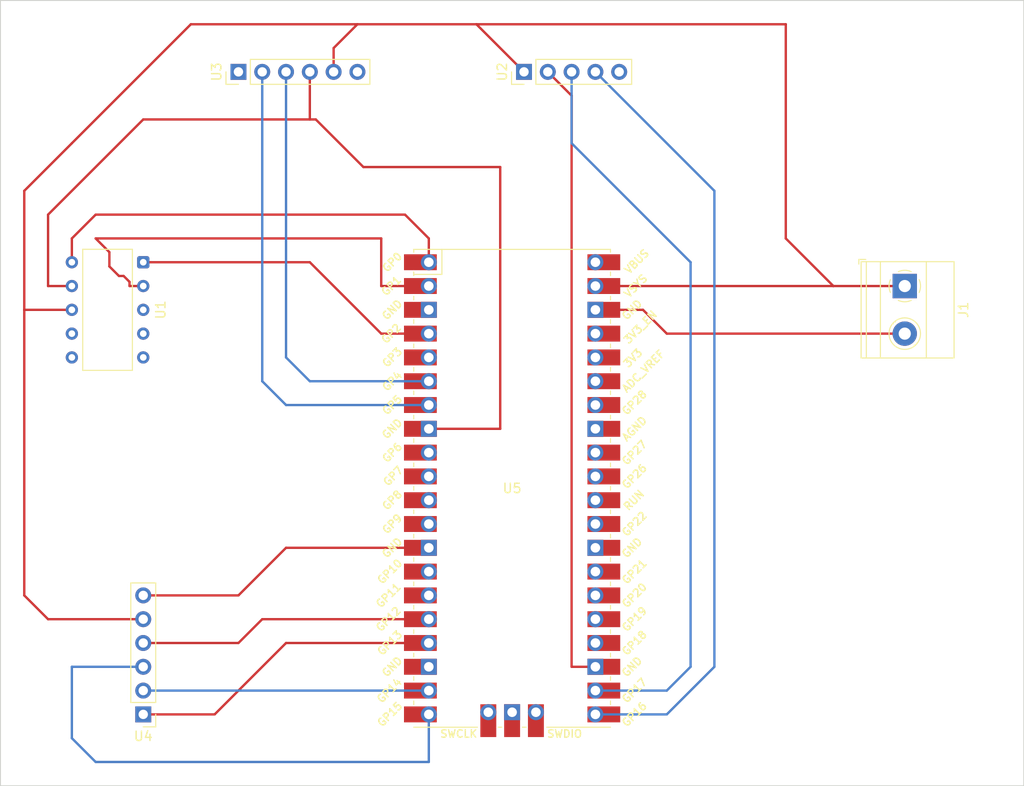
<source format=kicad_pcb>
(kicad_pcb (version 20221018) (generator pcbnew)
  (layers (0 "F.Cu" signal) (31 "B.Cu" signal) (34 "B.Paste" user) (35 "F.Paste" user) (36 "B.SilkS" user "B.Silkscreen") (37 "F.SilkS" user "F.Silkscreen") (38 "B.Mask" user) (39 "F.Mask" user) (44 "Edge.Cuts" user))
  (net 0 "")
  (net 1 "Net-(U1-RST)")
  (net 2 "Net-(U1-SDA)")
  (net 3 "Net-(U1-SCL)")
  (net 4 "Net-(U1-GND)")
  (net 6 "Net-(J1-Pin_1)")
  (net 11 "Net-(U2-GND)")
  (net 12 "Net-(U2-RXD)")
  (net 13 "Net-(U2-TXD)")
  (net 16 "Net-(U3-RXD)")
  (net 17 "Net-(U3-TXD)")
  (net 19 "Net-(U4-CS)")
  (net 20 "Net-(U4-SCK)")
  (net 21 "Net-(U4-MOSI)")
  (net 22 "Net-(U4-MISO)")
  (net 23 "Net-(U4-GND)")
  (net 47 "Net-(J1-Pin_2)")
  (footprint "Connector_PinHeader_2.54mm:PinHeader_1x06_P2.54mm_Vertical" (layer "F.Cu") (at 129.54 45.72 90)
    (fp_text reference "U3" (at 0 -2.33 90) (layer "F.SilkS"))
    (fp_text value "~")
    (fp_line (start -1.33 -1.33) (end 0 -1.33) (stroke (width 0.12)) (layer "F.SilkS"))
    (fp_line (start -1.33 0) (end -1.33 -1.33) (stroke (width 0.12)) (layer "F.SilkS"))
    (fp_line (start -1.33 1.27) (end -1.33 14.03) (stroke (width 0.12)) (layer "F.SilkS"))
    (fp_line (start -1.33 1.27) (end 1.33 1.27) (stroke (width 0.12)) (layer "F.SilkS"))
    (fp_line (start -1.33 14.03) (end 1.33 14.03) (stroke (width 0.12)) (layer "F.SilkS"))
    (fp_line (start 1.33 1.27) (end 1.33 14.03) (stroke (width 0.12)) (layer "F.SilkS"))
    (pad "1" thru_hole rect (at 0 0 90) (size 1.7 1.7) (drill 1) (layers "*.Cu" "*.Mask"))
    (pad "2" thru_hole oval (at 0 2.54 90) (size 1.7 1.7) (drill 1) (layers "*.Cu" "*.Mask") (net 16 "Net-(U3-RXD)"))
    (pad "3" thru_hole oval (at 0 5.08 90) (size 1.7 1.7) (drill 1) (layers "*.Cu" "*.Mask") (net 17 "Net-(U3-TXD)"))
    (pad "4" thru_hole oval (at 0 7.62 90) (size 1.7 1.7) (drill 1) (layers "*.Cu" "*.Mask") (net 4 "Net-(U1-GND)"))
    (pad "5" thru_hole oval (at 0 10.16 90) (size 1.7 1.7) (drill 1) (layers "*.Cu" "*.Mask") (net 6 "Net-(J1-Pin_1)"))
    (pad "6" thru_hole oval (at 0 12.7 90) (size 1.7 1.7) (drill 1) (layers "*.Cu" "*.Mask"))
  )
  (footprint "Connector_PinHeader_2.54mm:PinHeader_1x06_P2.54mm_Vertical" (layer "F.Cu") (at 119.38 114.3 180)
    (fp_text reference "U4" (at 0 -2.33) (layer "F.SilkS"))
    (fp_text value "~")
    (fp_line (start -1.33 -1.33) (end 0 -1.33) (stroke (width 0.12)) (layer "F.SilkS"))
    (fp_line (start -1.33 0) (end -1.33 -1.33) (stroke (width 0.12)) (layer "F.SilkS"))
    (fp_line (start -1.33 1.27) (end -1.33 14.03) (stroke (width 0.12)) (layer "F.SilkS"))
    (fp_line (start -1.33 1.27) (end 1.33 1.27) (stroke (width 0.12)) (layer "F.SilkS"))
    (fp_line (start -1.33 14.03) (end 1.33 14.03) (stroke (width 0.12)) (layer "F.SilkS"))
    (fp_line (start 1.33 1.27) (end 1.33 14.03) (stroke (width 0.12)) (layer "F.SilkS"))
    (pad "1" thru_hole rect (at 0 0 180) (size 1.7 1.7) (drill 1) (layers "*.Cu" "*.Mask") (net 19 "Net-(U4-CS)"))
    (pad "2" thru_hole oval (at 0 2.54 180) (size 1.7 1.7) (drill 1) (layers "*.Cu" "*.Mask") (net 20 "Net-(U4-SCK)"))
    (pad "3" thru_hole oval (at 0 5.08 180) (size 1.7 1.7) (drill 1) (layers "*.Cu" "*.Mask") (net 21 "Net-(U4-MOSI)"))
    (pad "4" thru_hole oval (at 0 7.62 180) (size 1.7 1.7) (drill 1) (layers "*.Cu" "*.Mask") (net 22 "Net-(U4-MISO)"))
    (pad "5" thru_hole oval (at 0 10.16 180) (size 1.7 1.7) (drill 1) (layers "*.Cu" "*.Mask") (net 6 "Net-(J1-Pin_1)"))
    (pad "6" thru_hole oval (at 0 12.7 180) (size 1.7 1.7) (drill 1) (layers "*.Cu" "*.Mask") (net 23 "Net-(U4-GND)"))
  )
  (footprint "MCU_RaspberryPi_and_Boards:RPi_Pico_SMD_TH" (layer "F.Cu") (at 158.75 90.17)
    (fp_text reference "U5" (at 0 0) (layer "F.SilkS"))
    (fp_text value "Pico")
    (fp_text user "GP2" (at -12.9 -16.51 45) (layer "F.SilkS") (effects (font (size 0.8 0.8))))
    (fp_text user "GP15" (at -13.054 24.13 45) (layer "F.SilkS") (effects (font (size 0.8 0.8))))
    (fp_text user "GP9" (at -12.8 3.81 45) (layer "F.SilkS") (effects (font (size 0.8 0.8))))
    (fp_text user "GP7" (at -12.7 -1.3 45) (layer "F.SilkS") (effects (font (size 0.8 0.8))))
    (fp_text user "GND" (at -12.8 19.05 45) (layer "F.SilkS") (effects (font (size 0.8 0.8))))
    (fp_text user "ADC_VREF" (at 14 -12.5 45) (layer "F.SilkS") (effects (font (size 0.8 0.8))))
    (fp_text user "GP26" (at 13.054 -1.27 45) (layer "F.SilkS") (effects (font (size 0.8 0.8))))
    (fp_text user "GP6" (at -12.8 -3.81 45) (layer "F.SilkS") (effects (font (size 0.8 0.8))))
    (fp_text user "GP0" (at -12.8 -24.13 45) (layer "F.SilkS") (effects (font (size 0.8 0.8))))
    (fp_text user "VSYS" (at 13.2 -21.59 45) (layer "F.SilkS") (effects (font (size 0.8 0.8))))
    (fp_text user "GP10" (at -13.054 8.89 45) (layer "F.SilkS") (effects (font (size 0.8 0.8))))
    (fp_text user "GP12" (at -13.2 13.97 45) (layer "F.SilkS") (effects (font (size 0.8 0.8))))
    (fp_text user "GND" (at 12.8 6.35 45) (layer "F.SilkS") (effects (font (size 0.8 0.8))))
    (fp_text user "3V3_EN" (at 13.7 -17.2 45) (layer "F.SilkS") (effects (font (size 0.8 0.8))))
    (fp_text user "GP1" (at -12.9 -21.6 45) (layer "F.SilkS") (effects (font (size 0.8 0.8))))
    (fp_text user "GP27" (at 13.054 -3.8 45) (layer "F.SilkS") (effects (font (size 0.8 0.8))))
    (fp_text user "GP20" (at 13.054 11.43 45) (layer "F.SilkS") (effects (font (size 0.8 0.8))))
    (fp_text user "GP16" (at 13.054 24.13 45) (layer "F.SilkS") (effects (font (size 0.8 0.8))))
    (fp_text user "SWCLK" (at -5.7 26.2) (layer "F.SilkS") (effects (font (size 0.8 0.8))))
    (fp_text user "GP13" (at -13.054 16.51 45) (layer "F.SilkS") (effects (font (size 0.8 0.8))))
    (fp_text user "3V3" (at 12.9 -13.9 45) (layer "F.SilkS") (effects (font (size 0.8 0.8))))
    (fp_text user "GND" (at -12.8 -6.35 45) (layer "F.SilkS") (effects (font (size 0.8 0.8))))
    (fp_text user "AGND" (at 13.054 -6.35 45) (layer "F.SilkS") (effects (font (size 0.8 0.8))))
    (fp_text user "GP28" (at 13.054 -9.144 45) (layer "F.SilkS") (effects (font (size 0.8 0.8))))
    (fp_text user "GP17" (at 13.054 21.59 45) (layer "F.SilkS") (effects (font (size 0.8 0.8))))
    (fp_text user "GP19" (at 13.054 13.97 45) (layer "F.SilkS") (effects (font (size 0.8 0.8))))
    (fp_text user "GP18" (at 13.054 16.51 45) (layer "F.SilkS") (effects (font (size 0.8 0.8))))
    (fp_text user "GP11" (at -13.2 11.43 45) (layer "F.SilkS") (effects (font (size 0.8 0.8))))
    (fp_text user "GP8" (at -12.8 1.27 45) (layer "F.SilkS") (effects (font (size 0.8 0.8))))
    (fp_text user "GP4" (at -12.8 -11.43 45) (layer "F.SilkS") (effects (font (size 0.8 0.8))))
    (fp_text user "RUN" (at 13 1.27 45) (layer "F.SilkS") (effects (font (size 0.8 0.8))))
    (fp_text user "GND" (at 12.8 19.05 45) (layer "F.SilkS") (effects (font (size 0.8 0.8))))
    (fp_text user "GP5" (at -12.8 -8.89 45) (layer "F.SilkS") (effects (font (size 0.8 0.8))))
    (fp_text user "VBUS" (at 13.3 -24.2 45) (layer "F.SilkS") (effects (font (size 0.8 0.8))))
    (fp_text user "GP14" (at -13.1 21.59 45) (layer "F.SilkS") (effects (font (size 0.8 0.8))))
    (fp_text user "GND" (at -12.8 6.35 45) (layer "F.SilkS") (effects (font (size 0.8 0.8))))
    (fp_text user "GND" (at 12.8 -19.05 45) (layer "F.SilkS") (effects (font (size 0.8 0.8))))
    (fp_text user "GND" (at -12.8 -19.05 45) (layer "F.SilkS") (effects (font (size 0.8 0.8))))
    (fp_text user "GP22" (at 13.054 3.81 45) (layer "F.SilkS") (effects (font (size 0.8 0.8))))
    (fp_text user "GP3" (at -12.8 -13.97 45) (layer "F.SilkS") (effects (font (size 0.8 0.8))))
    (fp_text user "GP21" (at 13.054 8.9 45) (layer "F.SilkS") (effects (font (size 0.8 0.8))))
    (fp_text user "SWDIO" (at 5.6 26.2) (layer "F.SilkS") (effects (font (size 0.8 0.8))))
    (fp_line (start -10.5 -25.5) (end -10.5 -25.2) (stroke (width 0.12)) (layer "F.SilkS"))
    (fp_line (start -10.5 -25.5) (end 10.5 -25.5) (stroke (width 0.12)) (layer "F.SilkS"))
    (fp_line (start -10.5 -23.1) (end -10.5 -22.7) (stroke (width 0.12)) (layer "F.SilkS"))
    (fp_line (start -10.5 -22.833) (end -7.493 -22.833) (stroke (width 0.12)) (layer "F.SilkS"))
    (fp_line (start -10.5 -20.5) (end -10.5 -20.1) (stroke (width 0.12)) (layer "F.SilkS"))
    (fp_line (start -10.5 -18) (end -10.5 -17.6) (stroke (width 0.12)) (layer "F.SilkS"))
    (fp_line (start -10.5 -15.4) (end -10.5 -15) (stroke (width 0.12)) (layer "F.SilkS"))
    (fp_line (start -10.5 -12.9) (end -10.5 -12.5) (stroke (width 0.12)) (layer "F.SilkS"))
    (fp_line (start -10.5 -10.4) (end -10.5 -10) (stroke (width 0.12)) (layer "F.SilkS"))
    (fp_line (start -10.5 -7.8) (end -10.5 -7.4) (stroke (width 0.12)) (layer "F.SilkS"))
    (fp_line (start -10.5 -5.3) (end -10.5 -4.9) (stroke (width 0.12)) (layer "F.SilkS"))
    (fp_line (start -10.5 -2.7) (end -10.5 -2.3) (stroke (width 0.12)) (layer "F.SilkS"))
    (fp_line (start -10.5 -0.2) (end -10.5 0.2) (stroke (width 0.12)) (layer "F.SilkS"))
    (fp_line (start -10.5 2.3) (end -10.5 2.7) (stroke (width 0.12)) (layer "F.SilkS"))
    (fp_line (start -10.5 4.9) (end -10.5 5.3) (stroke (width 0.12)) (layer "F.SilkS"))
    (fp_line (start -10.5 7.4) (end -10.5 7.8) (stroke (width 0.12)) (layer "F.SilkS"))
    (fp_line (start -10.5 10) (end -10.5 10.4) (stroke (width 0.12)) (layer "F.SilkS"))
    (fp_line (start -10.5 12.5) (end -10.5 12.9) (stroke (width 0.12)) (layer "F.SilkS"))
    (fp_line (start -10.5 15.1) (end -10.5 15.5) (stroke (width 0.12)) (layer "F.SilkS"))
    (fp_line (start -10.5 17.6) (end -10.5 18) (stroke (width 0.12)) (layer "F.SilkS"))
    (fp_line (start -10.5 20.1) (end -10.5 20.5) (stroke (width 0.12)) (layer "F.SilkS"))
    (fp_line (start -10.5 22.7) (end -10.5 23.1) (stroke (width 0.12)) (layer "F.SilkS"))
    (fp_line (start -7.493 -22.833) (end -7.493 -25.5) (stroke (width 0.12)) (layer "F.SilkS"))
    (fp_line (start -3.7 25.5) (end -10.5 25.5) (stroke (width 0.12)) (layer "F.SilkS"))
    (fp_line (start -1.5 25.5) (end -1.1 25.5) (stroke (width 0.12)) (layer "F.SilkS"))
    (fp_line (start 1.1 25.5) (end 1.5 25.5) (stroke (width 0.12)) (layer "F.SilkS"))
    (fp_line (start 10.5 -25.5) (end 10.5 -25.2) (stroke (width 0.12)) (layer "F.SilkS"))
    (fp_line (start 10.5 -23.1) (end 10.5 -22.7) (stroke (width 0.12)) (layer "F.SilkS"))
    (fp_line (start 10.5 -20.5) (end 10.5 -20.1) (stroke (width 0.12)) (layer "F.SilkS"))
    (fp_line (start 10.5 -18) (end 10.5 -17.6) (stroke (width 0.12)) (layer "F.SilkS"))
    (fp_line (start 10.5 -15.4) (end 10.5 -15) (stroke (width 0.12)) (layer "F.SilkS"))
    (fp_line (start 10.5 -12.9) (end 10.5 -12.5) (stroke (width 0.12)) (layer "F.SilkS"))
    (fp_line (start 10.5 -10.4) (end 10.5 -10) (stroke (width 0.12)) (layer "F.SilkS"))
    (fp_line (start 10.5 -7.8) (end 10.5 -7.4) (stroke (width 0.12)) (layer "F.SilkS"))
    (fp_line (start 10.5 -5.3) (end 10.5 -4.9) (stroke (width 0.12)) (layer "F.SilkS"))
    (fp_line (start 10.5 -2.7) (end 10.5 -2.3) (stroke (width 0.12)) (layer "F.SilkS"))
    (fp_line (start 10.5 -0.2) (end 10.5 0.2) (stroke (width 0.12)) (layer "F.SilkS"))
    (fp_line (start 10.5 2.3) (end 10.5 2.7) (stroke (width 0.12)) (layer "F.SilkS"))
    (fp_line (start 10.5 4.9) (end 10.5 5.3) (stroke (width 0.12)) (layer "F.SilkS"))
    (fp_line (start 10.5 7.4) (end 10.5 7.8) (stroke (width 0.12)) (layer "F.SilkS"))
    (fp_line (start 10.5 10) (end 10.5 10.4) (stroke (width 0.12)) (layer "F.SilkS"))
    (fp_line (start 10.5 12.5) (end 10.5 12.9) (stroke (width 0.12)) (layer "F.SilkS"))
    (fp_line (start 10.5 15.1) (end 10.5 15.5) (stroke (width 0.12)) (layer "F.SilkS"))
    (fp_line (start 10.5 17.6) (end 10.5 18) (stroke (width 0.12)) (layer "F.SilkS"))
    (fp_line (start 10.5 20.1) (end 10.5 20.5) (stroke (width 0.12)) (layer "F.SilkS"))
    (fp_line (start 10.5 22.7) (end 10.5 23.1) (stroke (width 0.12)) (layer "F.SilkS"))
    (fp_line (start 10.5 25.5) (end 3.7 25.5) (stroke (width 0.12)) (layer "F.SilkS"))
    (pad "" np_thru_hole oval (at -2.725 -24) (size 1.8 1.8) (drill 1.8) (layers "*.Cu" "*.Mask"))
    (pad "" np_thru_hole oval (at -2.425 -20.97) (size 1.5 1.5) (drill 1.5) (layers "*.Cu" "*.Mask"))
    (pad "" np_thru_hole oval (at 2.425 -20.97) (size 1.5 1.5) (drill 1.5) (layers "*.Cu" "*.Mask"))
    (pad "" np_thru_hole oval (at 2.725 -24) (size 1.8 1.8) (drill 1.8) (layers "*.Cu" "*.Mask"))
    (pad "1" thru_hole oval (at -8.89 -24.13) (size 1.7 1.7) (drill 1.02) (layers "*.Cu" "*.Mask") (net 2 "Net-(U1-SDA)"))
    (pad "1" smd rect (at -8.89 -24.13) (size 3.5 1.7) (drill (offset -0.9 0)) (layers "F.Cu" "F.Mask") (net 2 "Net-(U1-SDA)"))
    (pad "2" thru_hole oval (at -8.89 -21.59) (size 1.7 1.7) (drill 1.02) (layers "*.Cu" "*.Mask") (net 3 "Net-(U1-SCL)"))
    (pad "2" smd rect (at -8.89 -21.59) (size 3.5 1.7) (drill (offset -0.9 0)) (layers "F.Cu" "F.Mask") (net 3 "Net-(U1-SCL)"))
    (pad "3" thru_hole rect (at -8.89 -19.05) (size 1.7 1.7) (drill 1.02) (layers "*.Cu" "*.Mask"))
    (pad "3" smd rect (at -8.89 -19.05) (size 3.5 1.7) (drill (offset -0.9 0)) (layers "F.Cu" "F.Mask"))
    (pad "4" thru_hole oval (at -8.89 -16.51) (size 1.7 1.7) (drill 1.02) (layers "*.Cu" "*.Mask") (net 1 "Net-(U1-RST)"))
    (pad "4" smd rect (at -8.89 -16.51) (size 3.5 1.7) (drill (offset -0.9 0)) (layers "F.Cu" "F.Mask") (net 1 "Net-(U1-RST)"))
    (pad "5" thru_hole oval (at -8.89 -13.97) (size 1.7 1.7) (drill 1.02) (layers "*.Cu" "*.Mask"))
    (pad "5" smd rect (at -8.89 -13.97) (size 3.5 1.7) (drill (offset -0.9 0)) (layers "F.Cu" "F.Mask"))
    (pad "6" thru_hole oval (at -8.89 -11.43) (size 1.7 1.7) (drill 1.02) (layers "*.Cu" "*.Mask") (net 17 "Net-(U3-TXD)"))
    (pad "6" smd rect (at -8.89 -11.43) (size 3.5 1.7) (drill (offset -0.9 0)) (layers "F.Cu" "F.Mask") (net 17 "Net-(U3-TXD)"))
    (pad "7" thru_hole oval (at -8.89 -8.89) (size 1.7 1.7) (drill 1.02) (layers "*.Cu" "*.Mask") (net 16 "Net-(U3-RXD)"))
    (pad "7" smd rect (at -8.89 -8.89) (size 3.5 1.7) (drill (offset -0.9 0)) (layers "F.Cu" "F.Mask") (net 16 "Net-(U3-RXD)"))
    (pad "8" thru_hole rect (at -8.89 -6.35) (size 1.7 1.7) (drill 1.02) (layers "*.Cu" "*.Mask") (net 4 "Net-(U1-GND)"))
    (pad "8" smd rect (at -8.89 -6.35) (size 3.5 1.7) (drill (offset -0.9 0)) (layers "F.Cu" "F.Mask") (net 4 "Net-(U1-GND)"))
    (pad "9" thru_hole oval (at -8.89 -3.81) (size 1.7 1.7) (drill 1.02) (layers "*.Cu" "*.Mask"))
    (pad "9" smd rect (at -8.89 -3.81) (size 3.5 1.7) (drill (offset -0.9 0)) (layers "F.Cu" "F.Mask"))
    (pad "10" thru_hole oval (at -8.89 -1.27) (size 1.7 1.7) (drill 1.02) (layers "*.Cu" "*.Mask"))
    (pad "10" smd rect (at -8.89 -1.27) (size 3.5 1.7) (drill (offset -0.9 0)) (layers "F.Cu" "F.Mask"))
    (pad "11" thru_hole oval (at -8.89 1.27) (size 1.7 1.7) (drill 1.02) (layers "*.Cu" "*.Mask"))
    (pad "11" smd rect (at -8.89 1.27) (size 3.5 1.7) (drill (offset -0.9 0)) (layers "F.Cu" "F.Mask"))
    (pad "12" thru_hole oval (at -8.89 3.81) (size 1.7 1.7) (drill 1.02) (layers "*.Cu" "*.Mask"))
    (pad "12" smd rect (at -8.89 3.81) (size 3.5 1.7) (drill (offset -0.9 0)) (layers "F.Cu" "F.Mask"))
    (pad "13" thru_hole rect (at -8.89 6.35) (size 1.7 1.7) (drill 1.02) (layers "*.Cu" "*.Mask") (net 23 "Net-(U4-GND)"))
    (pad "13" smd rect (at -8.89 6.35) (size 3.5 1.7) (drill (offset -0.9 0)) (layers "F.Cu" "F.Mask") (net 23 "Net-(U4-GND)"))
    (pad "14" thru_hole oval (at -8.89 8.89) (size 1.7 1.7) (drill 1.02) (layers "*.Cu" "*.Mask"))
    (pad "14" smd rect (at -8.89 8.89) (size 3.5 1.7) (drill (offset -0.9 0)) (layers "F.Cu" "F.Mask"))
    (pad "15" thru_hole oval (at -8.89 11.43) (size 1.7 1.7) (drill 1.02) (layers "*.Cu" "*.Mask"))
    (pad "15" smd rect (at -8.89 11.43) (size 3.5 1.7) (drill (offset -0.9 0)) (layers "F.Cu" "F.Mask"))
    (pad "16" thru_hole oval (at -8.89 13.97) (size 1.7 1.7) (drill 1.02) (layers "*.Cu" "*.Mask") (net 22 "Net-(U4-MISO)"))
    (pad "16" smd rect (at -8.89 13.97) (size 3.5 1.7) (drill (offset -0.9 0)) (layers "F.Cu" "F.Mask") (net 22 "Net-(U4-MISO)"))
    (pad "17" thru_hole oval (at -8.89 16.51) (size 1.7 1.7) (drill 1.02) (layers "*.Cu" "*.Mask") (net 19 "Net-(U4-CS)"))
    (pad "17" smd rect (at -8.89 16.51) (size 3.5 1.7) (drill (offset -0.9 0)) (layers "F.Cu" "F.Mask") (net 19 "Net-(U4-CS)"))
    (pad "18" thru_hole rect (at -8.89 19.05) (size 1.7 1.7) (drill 1.02) (layers "*.Cu" "*.Mask"))
    (pad "18" smd rect (at -8.89 19.05) (size 3.5 1.7) (drill (offset -0.9 0)) (layers "F.Cu" "F.Mask"))
    (pad "19" thru_hole oval (at -8.89 21.59) (size 1.7 1.7) (drill 1.02) (layers "*.Cu" "*.Mask") (net 20 "Net-(U4-SCK)"))
    (pad "19" smd rect (at -8.89 21.59) (size 3.5 1.7) (drill (offset -0.9 0)) (layers "F.Cu" "F.Mask") (net 20 "Net-(U4-SCK)"))
    (pad "20" thru_hole oval (at -8.89 24.13) (size 1.7 1.7) (drill 1.02) (layers "*.Cu" "*.Mask") (net 21 "Net-(U4-MOSI)"))
    (pad "20" smd rect (at -8.89 24.13) (size 3.5 1.7) (drill (offset -0.9 0)) (layers "F.Cu" "F.Mask") (net 21 "Net-(U4-MOSI)"))
    (pad "21" thru_hole oval (at 8.89 24.13) (size 1.7 1.7) (drill 1.02) (layers "*.Cu" "*.Mask") (net 13 "Net-(U2-TXD)"))
    (pad "21" smd rect (at 8.89 24.13) (size 3.5 1.7) (drill (offset 0.9 0)) (layers "F.Cu" "F.Mask") (net 13 "Net-(U2-TXD)"))
    (pad "22" thru_hole oval (at 8.89 21.59) (size 1.7 1.7) (drill 1.02) (layers "*.Cu" "*.Mask") (net 12 "Net-(U2-RXD)"))
    (pad "22" smd rect (at 8.89 21.59) (size 3.5 1.7) (drill (offset 0.9 0)) (layers "F.Cu" "F.Mask") (net 12 "Net-(U2-RXD)"))
    (pad "23" thru_hole rect (at 8.89 19.05) (size 1.7 1.7) (drill 1.02) (layers "*.Cu" "*.Mask") (net 11 "Net-(U2-GND)"))
    (pad "23" smd rect (at 8.89 19.05) (size 3.5 1.7) (drill (offset 0.9 0)) (layers "F.Cu" "F.Mask") (net 11 "Net-(U2-GND)"))
    (pad "24" thru_hole oval (at 8.89 16.51) (size 1.7 1.7) (drill 1.02) (layers "*.Cu" "*.Mask"))
    (pad "24" smd rect (at 8.89 16.51) (size 3.5 1.7) (drill (offset 0.9 0)) (layers "F.Cu" "F.Mask"))
    (pad "25" thru_hole oval (at 8.89 13.97) (size 1.7 1.7) (drill 1.02) (layers "*.Cu" "*.Mask"))
    (pad "25" smd rect (at 8.89 13.97) (size 3.5 1.7) (drill (offset 0.9 0)) (layers "F.Cu" "F.Mask"))
    (pad "26" thru_hole oval (at 8.89 11.43) (size 1.7 1.7) (drill 1.02) (layers "*.Cu" "*.Mask"))
    (pad "26" smd rect (at 8.89 11.43) (size 3.5 1.7) (drill (offset 0.9 0)) (layers "F.Cu" "F.Mask"))
    (pad "27" thru_hole oval (at 8.89 8.89) (size 1.7 1.7) (drill 1.02) (layers "*.Cu" "*.Mask"))
    (pad "27" smd rect (at 8.89 8.89) (size 3.5 1.7) (drill (offset 0.9 0)) (layers "F.Cu" "F.Mask"))
    (pad "28" thru_hole rect (at 8.89 6.35) (size 1.7 1.7) (drill 1.02) (layers "*.Cu" "*.Mask"))
    (pad "28" smd rect (at 8.89 6.35) (size 3.5 1.7) (drill (offset 0.9 0)) (layers "F.Cu" "F.Mask"))
    (pad "29" thru_hole oval (at 8.89 3.81) (size 1.7 1.7) (drill 1.02) (layers "*.Cu" "*.Mask"))
    (pad "29" smd rect (at 8.89 3.81) (size 3.5 1.7) (drill (offset 0.9 0)) (layers "F.Cu" "F.Mask"))
    (pad "30" thru_hole oval (at 8.89 1.27) (size 1.7 1.7) (drill 1.02) (layers "*.Cu" "*.Mask"))
    (pad "30" smd rect (at 8.89 1.27) (size 3.5 1.7) (drill (offset 0.9 0)) (layers "F.Cu" "F.Mask"))
    (pad "31" thru_hole oval (at 8.89 -1.27) (size 1.7 1.7) (drill 1.02) (layers "*.Cu" "*.Mask"))
    (pad "31" smd rect (at 8.89 -1.27) (size 3.5 1.7) (drill (offset 0.9 0)) (layers "F.Cu" "F.Mask"))
    (pad "32" thru_hole oval (at 8.89 -3.81) (size 1.7 1.7) (drill 1.02) (layers "*.Cu" "*.Mask"))
    (pad "32" smd rect (at 8.89 -3.81) (size 3.5 1.7) (drill (offset 0.9 0)) (layers "F.Cu" "F.Mask"))
    (pad "33" thru_hole rect (at 8.89 -6.35) (size 1.7 1.7) (drill 1.02) (layers "*.Cu" "*.Mask"))
    (pad "33" smd rect (at 8.89 -6.35) (size 3.5 1.7) (drill (offset 0.9 0)) (layers "F.Cu" "F.Mask"))
    (pad "34" thru_hole oval (at 8.89 -8.89) (size 1.7 1.7) (drill 1.02) (layers "*.Cu" "*.Mask"))
    (pad "34" smd rect (at 8.89 -8.89) (size 3.5 1.7) (drill (offset 0.9 0)) (layers "F.Cu" "F.Mask"))
    (pad "35" thru_hole oval (at 8.89 -11.43) (size 1.7 1.7) (drill 1.02) (layers "*.Cu" "*.Mask"))
    (pad "35" smd rect (at 8.89 -11.43) (size 3.5 1.7) (drill (offset 0.9 0)) (layers "F.Cu" "F.Mask"))
    (pad "36" thru_hole oval (at 8.89 -13.97) (size 1.7 1.7) (drill 1.02) (layers "*.Cu" "*.Mask"))
    (pad "36" smd rect (at 8.89 -13.97) (size 3.5 1.7) (drill (offset 0.9 0)) (layers "F.Cu" "F.Mask"))
    (pad "37" thru_hole oval (at 8.89 -16.51) (size 1.7 1.7) (drill 1.02) (layers "*.Cu" "*.Mask"))
    (pad "37" smd rect (at 8.89 -16.51) (size 3.5 1.7) (drill (offset 0.9 0)) (layers "F.Cu" "F.Mask"))
    (pad "38" thru_hole rect (at 8.89 -19.05) (size 1.7 1.7) (drill 1.02) (layers "*.Cu" "*.Mask") (net 47 "Net-(J1-Pin_2)"))
    (pad "38" smd rect (at 8.89 -19.05) (size 3.5 1.7) (drill (offset 0.9 0)) (layers "F.Cu" "F.Mask") (net 47 "Net-(J1-Pin_2)"))
    (pad "39" thru_hole oval (at 8.89 -21.59) (size 1.7 1.7) (drill 1.02) (layers "*.Cu" "*.Mask") (net 6 "Net-(J1-Pin_1)"))
    (pad "39" smd rect (at 8.89 -21.59) (size 3.5 1.7) (drill (offset 0.9 0)) (layers "F.Cu" "F.Mask") (net 6 "Net-(J1-Pin_1)"))
    (pad "40" thru_hole oval (at 8.89 -24.13) (size 1.7 1.7) (drill 1.02) (layers "*.Cu" "*.Mask"))
    (pad "40" smd rect (at 8.89 -24.13) (size 3.5 1.7) (drill (offset 0.9 0)) (layers "F.Cu" "F.Mask"))
    (pad "41" thru_hole oval (at -2.54 23.9) (size 1.7 1.7) (drill 1.02) (layers "*.Cu" "*.Mask"))
    (pad "41" smd rect (at -2.54 23.9 90) (size 3.5 1.7) (drill (offset -0.9 0)) (layers "F.Cu" "F.Mask"))
    (pad "42" thru_hole rect (at 0 23.9) (size 1.7 1.7) (drill 1.02) (layers "*.Cu" "*.Mask"))
    (pad "42" smd rect (at 0 23.9 90) (size 3.5 1.7) (drill (offset -0.9 0)) (layers "F.Cu" "F.Mask"))
    (pad "43" thru_hole oval (at 2.54 23.9) (size 1.7 1.7) (drill 1.02) (layers "*.Cu" "*.Mask"))
    (pad "43" smd rect (at 2.54 23.9 90) (size 3.5 1.7) (drill (offset -0.9 0)) (layers "F.Cu" "F.Mask"))
  )
  (footprint "Connector_PinHeader_2.54mm:PinHeader_1x05_P2.54mm_Vertical" (layer "F.Cu") (at 160.02 45.72 90)
    (fp_text reference "U2" (at 0 -2.33 90) (layer "F.SilkS"))
    (fp_text value "~")
    (fp_line (start -1.33 -1.33) (end 0 -1.33) (stroke (width 0.12)) (layer "F.SilkS"))
    (fp_line (start -1.33 0) (end -1.33 -1.33) (stroke (width 0.12)) (layer "F.SilkS"))
    (fp_line (start -1.33 1.27) (end -1.33 11.49) (stroke (width 0.12)) (layer "F.SilkS"))
    (fp_line (start -1.33 1.27) (end 1.33 1.27) (stroke (width 0.12)) (layer "F.SilkS"))
    (fp_line (start -1.33 11.49) (end 1.33 11.49) (stroke (width 0.12)) (layer "F.SilkS"))
    (fp_line (start 1.33 1.27) (end 1.33 11.49) (stroke (width 0.12)) (layer "F.SilkS"))
    (pad "1" thru_hole rect (at 0 0 90) (size 1.7 1.7) (drill 1) (layers "*.Cu" "*.Mask") (net 6 "Net-(J1-Pin_1)"))
    (pad "2" thru_hole oval (at 0 2.54 90) (size 1.7 1.7) (drill 1) (layers "*.Cu" "*.Mask") (net 11 "Net-(U2-GND)"))
    (pad "3" thru_hole oval (at 0 5.08 90) (size 1.7 1.7) (drill 1) (layers "*.Cu" "*.Mask") (net 12 "Net-(U2-RXD)"))
    (pad "4" thru_hole oval (at 0 7.62 90) (size 1.7 1.7) (drill 1) (layers "*.Cu" "*.Mask") (net 13 "Net-(U2-TXD)"))
    (pad "5" thru_hole oval (at 0 10.16 90) (size 1.7 1.7) (drill 1) (layers "*.Cu" "*.Mask"))
  )
  (footprint "Connector_Samtec_HLE_THT:Samtec_HLE-105-02-xx-DV-PE_2x05_P2.54mm_Horizontal" (layer "F.Cu") (at 119.38 66.04 -90)
    (fp_text reference "U1" (at 5.08 -1.86 90) (layer "F.SilkS"))
    (fp_text value "~")
    (fp_line (start -1.38 1.16) (end 11.54 1.16) (stroke (width 0.12)) (layer "F.SilkS"))
    (fp_line (start -1.38 6.46) (end -1.38 1.16) (stroke (width 0.12)) (layer "F.SilkS"))
    (fp_line (start 11.54 1.16) (end 11.54 6.46) (stroke (width 0.12)) (layer "F.SilkS"))
    (fp_line (start 11.54 6.46) (end -1.38 6.46) (stroke (width 0.12)) (layer "F.SilkS"))
    (pad "" np_thru_hole circle (at 0 2.54 270) (size 1.4 1.4) (drill 1.4) (layers "*.Cu" "*.Mask"))
    (pad "" np_thru_hole circle (at 0 5.08 270) (size 1.4 1.4) (drill 1.4) (layers "*.Cu" "*.Mask"))
    (pad "" np_thru_hole circle (at 2.54 2.54 270) (size 1.4 1.4) (drill 1.4) (layers "*.Cu" "*.Mask"))
    (pad "" np_thru_hole circle (at 2.54 5.08 270) (size 1.4 1.4) (drill 1.4) (layers "*.Cu" "*.Mask"))
    (pad "" np_thru_hole circle (at 5.08 2.54 270) (size 1.4 1.4) (drill 1.4) (layers "*.Cu" "*.Mask"))
    (pad "" np_thru_hole circle (at 5.08 5.08 270) (size 1.4 1.4) (drill 1.4) (layers "*.Cu" "*.Mask"))
    (pad "" np_thru_hole circle (at 7.62 2.54 270) (size 1.4 1.4) (drill 1.4) (layers "*.Cu" "*.Mask"))
    (pad "" np_thru_hole circle (at 7.62 5.08 270) (size 1.4 1.4) (drill 1.4) (layers "*.Cu" "*.Mask"))
    (pad "" np_thru_hole circle (at 10.16 2.54 270) (size 1.4 1.4) (drill 1.4) (layers "*.Cu" "*.Mask"))
    (pad "" np_thru_hole circle (at 10.16 5.08 270) (size 1.4 1.4) (drill 1.4) (layers "*.Cu" "*.Mask"))
    (pad "1" thru_hole roundrect (at 0 0 270) (size 1.31 1.31) (drill 0.71) (layers "*.Cu" "*.Mask") (roundrect_rratio 0.1908396947) (net 1 "Net-(U1-RST)"))
    (pad "2" thru_hole circle (at 0 7.62 270) (size 1.31 1.31) (drill 0.71) (layers "*.Cu" "*.Mask") (net 2 "Net-(U1-SDA)"))
    (pad "3" thru_hole circle (at 2.54 0 270) (size 1.31 1.31) (drill 0.71) (layers "*.Cu" "*.Mask") (net 3 "Net-(U1-SCL)"))
    (pad "4" thru_hole circle (at 2.54 7.62 270) (size 1.31 1.31) (drill 0.71) (layers "*.Cu" "*.Mask") (net 4 "Net-(U1-GND)"))
    (pad "5" thru_hole circle (at 5.08 0 270) (size 1.31 1.31) (drill 0.71) (layers "*.Cu" "*.Mask"))
    (pad "6" thru_hole circle (at 5.08 7.62 270) (size 1.31 1.31) (drill 0.71) (layers "*.Cu" "*.Mask") (net 6 "Net-(J1-Pin_1)"))
    (pad "7" thru_hole circle (at 7.62 0 270) (size 1.31 1.31) (drill 0.71) (layers "*.Cu" "*.Mask"))
    (pad "8" thru_hole circle (at 7.62 7.62 270) (size 1.31 1.31) (drill 0.71) (layers "*.Cu" "*.Mask"))
    (pad "9" thru_hole circle (at 10.16 0 270) (size 1.31 1.31) (drill 0.71) (layers "*.Cu" "*.Mask"))
    (pad "10" thru_hole circle (at 10.16 7.62 270) (size 1.31 1.31) (drill 0.71) (layers "*.Cu" "*.Mask"))
  )
  (footprint "TerminalBlock_Phoenix:TerminalBlock_Phoenix_MKDS-1,5-2-5.08_1x02_P5.08mm_Horizontal" (layer "F.Cu") (at 200.66 68.58 -90)
    (fp_text reference "J1" (at 2.54 -6.26 90) (layer "F.SilkS"))
    (fp_text value "Screw_Terminal_01x02")
    (fp_line (start -2.84 4.16) (end -2.84 4.9) (stroke (width 0.12)) (layer "F.SilkS"))
    (fp_line (start -2.84 4.9) (end -2.34 4.9) (stroke (width 0.12)) (layer "F.SilkS"))
    (fp_line (start -2.6 -5.261) (end -2.6 4.66) (stroke (width 0.12)) (layer "F.SilkS"))
    (fp_line (start -2.6 -5.261) (end 7.68 -5.261) (stroke (width 0.12)) (layer "F.SilkS"))
    (fp_line (start -2.6 -2.301) (end 7.68 -2.301) (stroke (width 0.12)) (layer "F.SilkS"))
    (fp_line (start -2.6 2.6) (end 7.68 2.6) (stroke (width 0.12)) (layer "F.SilkS"))
    (fp_line (start -2.6 4.1) (end 7.68 4.1) (stroke (width 0.12)) (layer "F.SilkS"))
    (fp_line (start -2.6 4.66) (end 7.68 4.66) (stroke (width 0.12)) (layer "F.SilkS"))
    (fp_line (start 3.853 1.023) (end 3.806 1.069) (stroke (width 0.12)) (layer "F.SilkS"))
    (fp_line (start 4.046 1.239) (end 4.011 1.274) (stroke (width 0.12)) (layer "F.SilkS"))
    (fp_line (start 6.15 -1.275) (end 6.115 -1.239) (stroke (width 0.12)) (layer "F.SilkS"))
    (fp_line (start 6.355 -1.069) (end 6.308 -1.023) (stroke (width 0.12)) (layer "F.SilkS"))
    (fp_line (start 7.68 -5.261) (end 7.68 4.66) (stroke (width 0.12)) (layer "F.SilkS"))
    (fp_arc (start -1.535427 0.683042) (mid -1.680501 -0.000524) (end -1.535 -0.684) (stroke (width 0.12)) (layer "F.SilkS"))
    (fp_arc (start -0.683042 -1.535427) (mid 0.000524 -1.680501) (end 0.684 -1.535) (stroke (width 0.12)) (layer "F.SilkS"))
    (fp_arc (start 0.028805 1.680253) (mid -0.335551 1.646659) (end -0.684 1.535) (stroke (width 0.12)) (layer "F.SilkS"))
    (fp_arc (start 0.683318 1.534756) (mid 0.349292 1.643288) (end 0 1.68) (stroke (width 0.12)) (layer "F.SilkS"))
    (fp_arc (start 1.535427 -0.683042) (mid 1.680501 0.000524) (end 1.535 0.684) (stroke (width 0.12)) (layer "F.SilkS"))
    (fp_circle (center 5.08 0) (end 6.76 0) (stroke (width 0.12)) (fill none) (layer "F.SilkS"))
    (pad "1" thru_hole rect (at 0 0 270) (size 2.6 2.6) (drill 1.3) (layers "*.Cu" "*.Mask") (net 6 "Net-(J1-Pin_1)"))
    (pad "2" thru_hole circle (at 5.08 0 270) (size 2.6 2.6) (drill 1.3) (layers "*.Cu" "*.Mask") (net 47 "Net-(J1-Pin_2)"))
  )
  (gr_rect (start 104.14 38.1) (end 213.36 121.92) (stroke (width 0.1)) (fill none) (layer "Edge.Cuts"))
  (segment (start 144.78 73.66) (end 149.86 73.66) (width 0.25) (layer "F.Cu") (net 1))
  (segment (start 119.38 66.04) (end 137.16 66.04) (width 0.25) (layer "F.Cu") (net 1))
  (segment (start 137.16 66.04) (end 144.78 73.66) (width 0.25) (layer "F.Cu") (net 1))
  (segment (start 114.3 60.96) (end 147.32 60.96) (width 0.25) (layer "F.Cu") (net 2))
  (segment (start 111.76 63.5) (end 114.3 60.96) (width 0.25) (layer "F.Cu") (net 2))
  (segment (start 149.86 63.5) (end 149.86 66.04) (width 0.25) (layer "F.Cu") (net 2))
  (segment (start 147.32 60.96) (end 149.86 63.5) (width 0.25) (layer "F.Cu") (net 2))
  (segment (start 111.76 66.04) (end 111.76 63.5) (width 0.25) (layer "F.Cu") (net 2))
  (segment (start 117.915 68.58) (end 117.915 68.13472) (width 0.25) (layer "F.Cu") (net 3))
  (segment (start 116.78472 67.505) (end 115.765 66.48528) (width 0.25) (layer "F.Cu") (net 3))
  (segment (start 117.915 68.13472) (end 117.28528 67.505) (width 0.25) (layer "F.Cu") (net 3))
  (segment (start 144.78 68.58) (end 149.86 68.58) (width 0.25) (layer "F.Cu") (net 3))
  (segment (start 115.765 64.965) (end 114.3 63.5) (width 0.25) (layer "F.Cu") (net 3))
  (segment (start 115.765 66.48528) (end 115.765 64.965) (width 0.25) (layer "F.Cu") (net 3))
  (segment (start 144.78 63.5) (end 144.78 68.58) (width 0.25) (layer "F.Cu") (net 3))
  (segment (start 114.3 63.5) (end 144.78 63.5) (width 0.25) (layer "F.Cu") (net 3))
  (segment (start 119.38 68.58) (end 117.915 68.58) (width 0.25) (layer "F.Cu") (net 3))
  (segment (start 117.28528 67.505) (end 116.78472 67.505) (width 0.25) (layer "F.Cu") (net 3))
  (segment (start 109.22 60.96) (end 119.38 50.8) (width 0.25) (layer "F.Cu") (net 4))
  (segment (start 109.22 68.58) (end 109.22 60.96) (width 0.25) (layer "F.Cu") (net 4))
  (segment (start 157.48 83.82) (end 149.86 83.82) (width 0.25) (layer "F.Cu") (net 4))
  (segment (start 111.76 68.58) (end 109.22 68.58) (width 0.25) (layer "F.Cu") (net 4))
  (segment (start 157.48 55.88) (end 157.48 83.82) (width 0.25) (layer "F.Cu") (net 4))
  (segment (start 137.796396 50.8) (end 142.876396 55.88) (width 0.25) (layer "F.Cu") (net 4))
  (segment (start 137.16 50.8) (end 137.16 45.72) (width 0.25) (layer "F.Cu") (net 4))
  (segment (start 137.16 50.8) (end 137.796396 50.8) (width 0.25) (layer "F.Cu") (net 4))
  (segment (start 119.38 50.8) (end 137.16 50.8) (width 0.25) (layer "F.Cu") (net 4))
  (segment (start 142.876396 55.88) (end 157.48 55.88) (width 0.25) (layer "F.Cu") (net 4))
  (segment (start 154.94 40.64) (end 142.24 40.64) (width 0.25) (layer "F.Cu") (net 6))
  (segment (start 142.24 40.64) (end 139.7 43.18) (width 0.25) (layer "F.Cu") (net 6))
  (segment (start 109.22 104.14) (end 119.38 104.14) (width 0.25) (layer "F.Cu") (net 6))
  (segment (start 187.96 40.64) (end 154.94 40.64) (width 0.25) (layer "F.Cu") (net 6))
  (segment (start 106.68 71.12) (end 106.68 101.6) (width 0.25) (layer "F.Cu") (net 6))
  (segment (start 111.76 53.34) (end 106.68 58.42) (width 0.25) (layer "F.Cu") (net 6))
  (segment (start 124.46 40.64) (end 111.76 53.34) (width 0.25) (layer "F.Cu") (net 6))
  (segment (start 193.04 68.58) (end 167.64 68.58) (width 0.25) (layer "F.Cu") (net 6))
  (segment (start 106.68 58.42) (end 106.68 71.12) (width 0.25) (layer "F.Cu") (net 6))
  (segment (start 187.96 63.5) (end 187.96 40.64) (width 0.25) (layer "F.Cu") (net 6))
  (segment (start 142.24 40.64) (end 124.46 40.64) (width 0.25) (layer "F.Cu") (net 6))
  (segment (start 200.66 68.58) (end 193.04 68.58) (width 0.25) (layer "F.Cu") (net 6))
  (segment (start 106.68 71.12) (end 111.76 71.12) (width 0.25) (layer "F.Cu") (net 6))
  (segment (start 160.02 45.72) (end 154.94 40.64) (width 0.25) (layer "F.Cu") (net 6))
  (segment (start 106.68 101.6) (end 109.22 104.14) (width 0.25) (layer "F.Cu") (net 6))
  (segment (start 193.04 68.58) (end 187.96 63.5) (width 0.25) (layer "F.Cu") (net 6))
  (segment (start 139.7 43.18) (end 139.7 45.72) (width 0.25) (layer "F.Cu") (net 6))
  (segment (start 165.1 109.22) (end 167.64 109.22) (width 0.25) (layer "F.Cu") (net 11))
  (segment (start 165.1 48.26) (end 165.1 109.22) (width 0.25) (layer "F.Cu") (net 11))
  (segment (start 162.56 45.72) (end 165.1 48.26) (width 0.25) (layer "F.Cu") (net 11))
  (segment (start 165.1 53.34) (end 177.8 66.04) (width 0.25) (layer "B.Cu") (net 12))
  (segment (start 177.8 66.04) (end 177.8 109.22) (width 0.25) (layer "B.Cu") (net 12))
  (segment (start 177.8 109.22) (end 175.26 111.76) (width 0.25) (layer "B.Cu") (net 12))
  (segment (start 175.26 111.76) (end 167.64 111.76) (width 0.25) (layer "B.Cu") (net 12))
  (segment (start 165.1 45.72) (end 165.1 53.34) (width 0.25) (layer "B.Cu") (net 12))
  (segment (start 180.34 109.22) (end 175.26 114.3) (width 0.25) (layer "B.Cu") (net 13))
  (segment (start 167.64 45.72) (end 180.34 58.42) (width 0.25) (layer "B.Cu") (net 13))
  (segment (start 180.34 58.42) (end 180.34 109.22) (width 0.25) (layer "B.Cu") (net 13))
  (segment (start 175.26 114.3) (end 167.64 114.3) (width 0.25) (layer "B.Cu") (net 13))
  (segment (start 132.08 78.74) (end 134.62 81.28) (width 0.25) (layer "B.Cu") (net 16))
  (segment (start 132.08 45.72) (end 132.08 78.74) (width 0.25) (layer "B.Cu") (net 16))
  (segment (start 134.62 81.28) (end 149.86 81.28) (width 0.25) (layer "B.Cu") (net 16))
  (segment (start 134.62 76.2) (end 137.16 78.74) (width 0.25) (layer "B.Cu") (net 17))
  (segment (start 134.62 45.72) (end 134.62 76.2) (width 0.25) (layer "B.Cu") (net 17))
  (segment (start 137.16 78.74) (end 149.86 78.74) (width 0.25) (layer "B.Cu") (net 17))
  (segment (start 134.62 106.68) (end 149.86 106.68) (width 0.25) (layer "F.Cu") (net 19))
  (segment (start 119.38 114.3) (end 127 114.3) (width 0.25) (layer "F.Cu") (net 19))
  (segment (start 127 114.3) (end 134.62 106.68) (width 0.25) (layer "F.Cu") (net 19))
  (segment (start 119.38 111.76) (end 149.86 111.76) (width 0.25) (layer "B.Cu") (net 20))
  (segment (start 114.3 119.38) (end 149.86 119.38) (width 0.25) (layer "B.Cu") (net 21))
  (segment (start 111.76 109.22) (end 111.76 116.84) (width 0.25) (layer "B.Cu") (net 21))
  (segment (start 111.76 116.84) (end 114.3 119.38) (width 0.25) (layer "B.Cu") (net 21))
  (segment (start 149.86 119.38) (end 149.86 114.3) (width 0.25) (layer "B.Cu") (net 21))
  (segment (start 119.38 109.22) (end 111.76 109.22) (width 0.25) (layer "B.Cu") (net 21))
  (segment (start 132.08 104.14) (end 149.86 104.14) (width 0.25) (layer "F.Cu") (net 22))
  (segment (start 129.54 106.68) (end 132.08 104.14) (width 0.25) (layer "F.Cu") (net 22))
  (segment (start 119.38 106.68) (end 129.54 106.68) (width 0.25) (layer "F.Cu") (net 22))
  (segment (start 119.38 101.6) (end 129.54 101.6) (width 0.25) (layer "F.Cu") (net 23))
  (segment (start 129.54 101.6) (end 134.62 96.52) (width 0.25) (layer "F.Cu") (net 23))
  (segment (start 134.62 96.52) (end 149.86 96.52) (width 0.25) (layer "F.Cu") (net 23))
  (segment (start 172.72 71.12) (end 167.64 71.12) (width 0.25) (layer "F.Cu") (net 47))
  (segment (start 200.66 73.66) (end 175.26 73.66) (width 0.25) (layer "F.Cu") (net 47))
  (segment (start 175.26 73.66) (end 172.72 71.12) (width 0.25) (layer "F.Cu") (net 47))
)
</source>
